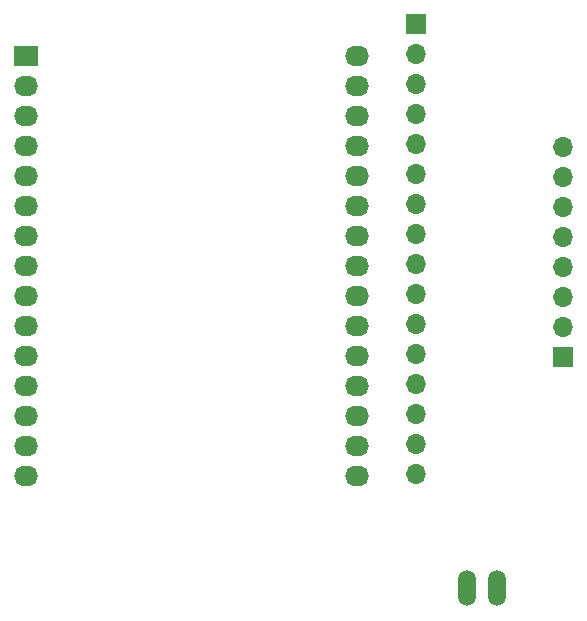
<source format=gbr>
G04 #@! TF.FileFunction,Soldermask,Top*
%FSLAX46Y46*%
G04 Gerber Fmt 4.6, Leading zero omitted, Abs format (unit mm)*
G04 Created by KiCad (PCBNEW 4.0.4+e1-6308~48~ubuntu16.04.1-stable) date Mon Jan  2 16:02:27 2017*
%MOMM*%
%LPD*%
G01*
G04 APERTURE LIST*
%ADD10C,0.100000*%
%ADD11O,1.506220X3.014980*%
%ADD12O,2.032000X1.727200*%
%ADD13R,2.032000X1.727200*%
%ADD14R,1.700000X1.700000*%
%ADD15O,1.700000X1.700000*%
G04 APERTURE END LIST*
D10*
D11*
X151384000Y-128778000D03*
X153924000Y-128778000D03*
D12*
X142016000Y-119253000D03*
X142016000Y-116713000D03*
X142016000Y-114173000D03*
X142016000Y-111633000D03*
X142016000Y-109093000D03*
X142016000Y-106553000D03*
X142016000Y-104013000D03*
X142016000Y-101473000D03*
X142016000Y-98933000D03*
X142016000Y-96393000D03*
X142016000Y-93853000D03*
X142016000Y-91313000D03*
X142016000Y-88773000D03*
X142016000Y-86233000D03*
X142016000Y-83693000D03*
D13*
X114016000Y-83693000D03*
D12*
X114016000Y-86233000D03*
X114016000Y-88773000D03*
X114016000Y-91313000D03*
X114016000Y-93853000D03*
X114016000Y-96393000D03*
X114016000Y-98933000D03*
X114016000Y-101473000D03*
X114016000Y-104013000D03*
X114016000Y-106553000D03*
X114016000Y-109093000D03*
X114016000Y-111633000D03*
X114016000Y-114173000D03*
X114016000Y-116713000D03*
X114016000Y-119253000D03*
D14*
X147066000Y-81026000D03*
D15*
X147066000Y-83566000D03*
X147066000Y-86106000D03*
X147066000Y-88646000D03*
X147066000Y-91186000D03*
X147066000Y-93726000D03*
X147066000Y-96266000D03*
X147066000Y-98806000D03*
X147066000Y-101346000D03*
X147066000Y-103886000D03*
X147066000Y-106426000D03*
X147066000Y-108966000D03*
X147066000Y-111506000D03*
X147066000Y-114046000D03*
X147066000Y-116586000D03*
X147066000Y-119126000D03*
D14*
X159512000Y-109220000D03*
D15*
X159512000Y-106680000D03*
X159512000Y-104140000D03*
X159512000Y-101600000D03*
X159512000Y-99060000D03*
X159512000Y-96520000D03*
X159512000Y-93980000D03*
X159512000Y-91440000D03*
M02*

</source>
